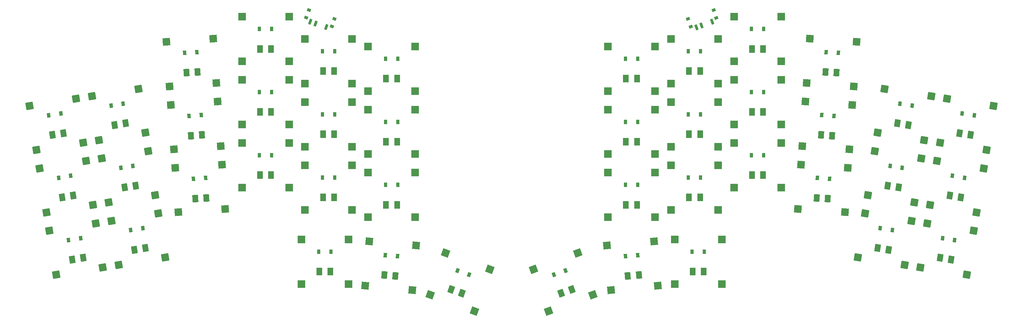
<source format=gbr>
%TF.GenerationSoftware,KiCad,Pcbnew,8.0.6*%
%TF.CreationDate,2025-07-28T21:33:20+02:00*%
%TF.ProjectId,combined,636f6d62-696e-4656-942e-6b696361645f,v1.0.0*%
%TF.SameCoordinates,Original*%
%TF.FileFunction,Paste,Top*%
%TF.FilePolarity,Positive*%
%FSLAX46Y46*%
G04 Gerber Fmt 4.6, Leading zero omitted, Abs format (unit mm)*
G04 Created by KiCad (PCBNEW 8.0.6) date 2025-07-28 21:33:20*
%MOMM*%
%LPD*%
G01*
G04 APERTURE LIST*
G04 Aperture macros list*
%AMRotRect*
0 Rectangle, with rotation*
0 The origin of the aperture is its center*
0 $1 length*
0 $2 width*
0 $3 Rotation angle, in degrees counterclockwise*
0 Add horizontal line*
21,1,$1,$2,0,0,$3*%
G04 Aperture macros list end*
%ADD10R,0.900000X1.200000*%
%ADD11RotRect,1.550000X2.000000X351.000000*%
%ADD12RotRect,2.000000X2.000000X351.000000*%
%ADD13RotRect,1.550000X2.000000X20.000000*%
%ADD14RotRect,2.000000X2.000000X20.000000*%
%ADD15RotRect,0.900000X1.200000X351.000000*%
%ADD16RotRect,1.550000X2.000000X9.000000*%
%ADD17RotRect,2.000000X2.000000X9.000000*%
%ADD18R,1.550000X2.000000*%
%ADD19R,2.000000X2.000000*%
%ADD20RotRect,0.900000X1.200000X356.000000*%
%ADD21RotRect,1.550000X2.000000X356.000000*%
%ADD22RotRect,2.000000X2.000000X356.000000*%
%ADD23RotRect,0.900000X1.200000X9.000000*%
%ADD24RotRect,0.900000X1.200000X4.000000*%
%ADD25RotRect,1.550000X2.000000X340.000000*%
%ADD26RotRect,2.000000X2.000000X340.000000*%
%ADD27RotRect,0.900000X1.200000X355.000000*%
%ADD28RotRect,1.550000X2.000000X4.000000*%
%ADD29RotRect,2.000000X2.000000X4.000000*%
%ADD30RotRect,1.550000X2.000000X355.000000*%
%ADD31RotRect,2.000000X2.000000X355.000000*%
%ADD32RotRect,0.900000X1.200000X20.000000*%
%ADD33RotRect,1.000000X0.800000X161.000000*%
%ADD34RotRect,0.700000X1.500000X161.000000*%
%ADD35RotRect,0.900000X1.200000X340.000000*%
%ADD36RotRect,1.000000X0.800000X199.000000*%
%ADD37RotRect,0.700000X1.500000X199.000000*%
%ADD38RotRect,0.900000X1.200000X5.000000*%
%ADD39RotRect,1.550000X2.000000X5.000000*%
%ADD40RotRect,2.000000X2.000000X5.000000*%
G04 APERTURE END LIST*
D10*
%TO.C,D16*%
X184557104Y-80904248D03*
X187857092Y-80904250D03*
%TD*%
D11*
%TO.C,CPG1316*%
X319940054Y-81099678D03*
X322903123Y-81568982D03*
D12*
X316502925Y-71797471D03*
X314625714Y-83649728D03*
X329046566Y-73784184D03*
X327169355Y-85636441D03*
%TD*%
D11*
%TO.C,CPG1316*%
X334071367Y-100549759D03*
X337034436Y-101019063D03*
D12*
X330634238Y-91247552D03*
X328757027Y-103099809D03*
X343177879Y-93234265D03*
X341300668Y-105086522D03*
%TD*%
D13*
%TO.C,CPG1316*%
X231955305Y-110077994D03*
X234774385Y-109051932D03*
D14*
X228543565Y-114884766D03*
X224439323Y-103608450D03*
X240477663Y-110541110D03*
X236373421Y-99264794D03*
%TD*%
D15*
%TO.C,D1*%
X334760144Y-95242158D03*
X338019518Y-95758400D03*
%TD*%
D16*
%TO.C,CPG1316*%
X97403782Y-84227536D03*
X100366842Y-83758231D03*
D17*
X93137545Y-88294999D03*
X91260332Y-76442740D03*
X105681186Y-86308284D03*
X103803973Y-74456025D03*
%TD*%
D18*
%TO.C,CPG1316*%
X283390500Y-78255067D03*
X286390502Y-78255066D03*
D19*
X278540500Y-69605066D03*
X278540501Y-81605067D03*
X291240501Y-69605065D03*
X291240502Y-81605066D03*
%TD*%
D18*
%TO.C,CPG1316*%
X167707098Y-67254254D03*
X170707100Y-67254253D03*
D19*
X162857098Y-58604253D03*
X162857099Y-70604254D03*
X175557099Y-58604252D03*
X175557100Y-70604253D03*
%TD*%
D10*
%TO.C,D18*%
X184557104Y-46904247D03*
X187857092Y-46904249D03*
%TD*%
D20*
%TO.C,D7*%
X301040230Y-79039988D03*
X304332190Y-79270178D03*
%TD*%
D11*
%TO.C,CPG1316*%
X322599432Y-64308964D03*
X325562501Y-64778268D03*
D12*
X319162303Y-55006757D03*
X317285092Y-66859014D03*
X331705944Y-56993470D03*
X329828733Y-68845727D03*
%TD*%
D18*
%TO.C,CPG1316*%
X166707103Y-104254245D03*
X169707105Y-104254244D03*
D19*
X161857103Y-95604244D03*
X161857104Y-107604245D03*
X174557104Y-95604243D03*
X174557105Y-107604244D03*
%TD*%
D18*
%TO.C,CPG1316*%
X266390498Y-67255062D03*
X269390500Y-67255061D03*
D19*
X261540498Y-58605061D03*
X261540499Y-70605062D03*
X274240499Y-58605060D03*
X274240500Y-70605061D03*
%TD*%
D21*
%TO.C,CPG1316*%
X300816665Y-84387415D03*
X303809355Y-84596685D03*
D22*
X296581872Y-75420166D03*
X295744797Y-87390936D03*
X309250935Y-76306072D03*
X308413860Y-88276842D03*
%TD*%
D15*
%TO.C,D4*%
X317969431Y-92582765D03*
X321228805Y-93099007D03*
%TD*%
D18*
%TO.C,CPG1316*%
X150707100Y-78254249D03*
X153707102Y-78254248D03*
D19*
X145857100Y-69604248D03*
X145857101Y-81604249D03*
X158557101Y-69604247D03*
X158557102Y-81604248D03*
%TD*%
D10*
%TO.C,D16*%
X249240504Y-80905073D03*
X252540496Y-80905069D03*
%TD*%
D18*
%TO.C,CPG1316*%
X167707108Y-50254251D03*
X170707110Y-50254250D03*
D19*
X162857108Y-41604250D03*
X162857109Y-53604251D03*
X175557109Y-41604249D03*
X175557110Y-53604250D03*
%TD*%
D23*
%TO.C,D4*%
X115868793Y-93098186D03*
X119128165Y-92581958D03*
%TD*%
D18*
%TO.C,CPG1316*%
X184707097Y-52254237D03*
X187707099Y-52254236D03*
D19*
X179857097Y-43604236D03*
X179857098Y-55604237D03*
X192557098Y-43604235D03*
X192557099Y-55604236D03*
%TD*%
D10*
%TO.C,D12*%
X283240507Y-38905060D03*
X286540499Y-38905056D03*
%TD*%
%TO.C,D14*%
X266240502Y-61905059D03*
X269540494Y-61905055D03*
%TD*%
D24*
%TO.C,D9*%
X130393690Y-45352177D03*
X133685638Y-45121979D03*
%TD*%
D23*
%TO.C,D6*%
X110550022Y-59516786D03*
X113809394Y-59000558D03*
%TD*%
D25*
%TO.C,CPG1316*%
X202323205Y-109051108D03*
X205142286Y-110077173D03*
D26*
X200724170Y-99263970D03*
X196619930Y-110540286D03*
X212658266Y-103607626D03*
X208554026Y-114883942D03*
%TD*%
D27*
%TO.C,D20*%
X184538387Y-99829043D03*
X187825831Y-100116665D03*
%TD*%
D15*
%TO.C,D3*%
X340078908Y-61660747D03*
X343338282Y-62176989D03*
%TD*%
D20*
%TO.C,D8*%
X302226086Y-62081403D03*
X305518046Y-62311593D03*
%TD*%
D11*
%TO.C,CPG1316*%
X336730746Y-83759053D03*
X339693815Y-84228357D03*
D12*
X333293617Y-74456846D03*
X331416406Y-86309103D03*
X345837258Y-76443559D03*
X343960047Y-88295816D03*
%TD*%
D10*
%TO.C,D13*%
X266240507Y-78905062D03*
X269540499Y-78905058D03*
%TD*%
%TO.C,D14*%
X167557102Y-61904243D03*
X170857090Y-61904245D03*
%TD*%
D11*
%TO.C,CPG1316*%
X339390135Y-66968354D03*
X342353204Y-67437658D03*
D12*
X335953006Y-57666147D03*
X334075795Y-69518404D03*
X348496647Y-59652860D03*
X346619436Y-71505117D03*
%TD*%
D28*
%TO.C,CPG1316*%
X132102378Y-67637274D03*
X135095066Y-67428008D03*
D29*
X127497874Y-71317437D03*
X126660798Y-59346669D03*
X140166938Y-70431527D03*
X139329862Y-58460759D03*
%TD*%
D10*
%TO.C,D15*%
X167557100Y-44904245D03*
X170857088Y-44904247D03*
%TD*%
D16*
%TO.C,CPG1316*%
X100063175Y-101018243D03*
X103026235Y-100548938D03*
D17*
X95796938Y-105085706D03*
X93919725Y-93233447D03*
X108340579Y-103098991D03*
X106463366Y-91246732D03*
%TD*%
D11*
%TO.C,CPG1316*%
X317280668Y-97890375D03*
X320243737Y-98359679D03*
D12*
X313843539Y-88588168D03*
X311966328Y-100440425D03*
X326387180Y-90574881D03*
X324509969Y-102427138D03*
%TD*%
D18*
%TO.C,CPG1316*%
X283390508Y-61255074D03*
X286390510Y-61255073D03*
D19*
X278540508Y-52605073D03*
X278540509Y-64605074D03*
X291240509Y-52605072D03*
X291240510Y-64605073D03*
%TD*%
D18*
%TO.C,CPG1316*%
X267390501Y-104255071D03*
X270390503Y-104255070D03*
D19*
X262540501Y-95605070D03*
X262540502Y-107605071D03*
X275240502Y-95605069D03*
X275240503Y-107605070D03*
%TD*%
D10*
%TO.C,D19*%
X267240506Y-98905071D03*
X270540498Y-98905067D03*
%TD*%
D18*
%TO.C,CPG1316*%
X249390496Y-52255067D03*
X252390498Y-52255066D03*
D19*
X244540496Y-43605066D03*
X244540497Y-55605067D03*
X257240497Y-43605065D03*
X257240498Y-55605066D03*
%TD*%
D10*
%TO.C,D17*%
X249240498Y-63905078D03*
X252540490Y-63905074D03*
%TD*%
%TO.C,D18*%
X249240503Y-46905069D03*
X252540495Y-46905065D03*
%TD*%
D28*
%TO.C,CPG1316*%
X133288235Y-84595855D03*
X136280923Y-84386589D03*
D29*
X128683731Y-88276018D03*
X127846655Y-76305250D03*
X141352795Y-87390108D03*
X140515719Y-75419340D03*
%TD*%
D10*
%TO.C,D11*%
X283240502Y-55905069D03*
X286540494Y-55905065D03*
%TD*%
D18*
%TO.C,CPG1316*%
X184707104Y-69254249D03*
X187707106Y-69254248D03*
D19*
X179857104Y-60604248D03*
X179857105Y-72604249D03*
X192557105Y-60604247D03*
X192557106Y-72604248D03*
%TD*%
D15*
%TO.C,D5*%
X320628820Y-75792070D03*
X323888194Y-76308312D03*
%TD*%
D10*
%TO.C,D19*%
X166557110Y-98904248D03*
X169857098Y-98904250D03*
%TD*%
%TO.C,D11*%
X150557111Y-55904251D03*
X153857099Y-55904253D03*
%TD*%
D18*
%TO.C,CPG1316*%
X150707097Y-61254243D03*
X153707099Y-61254242D03*
D19*
X145857097Y-52604242D03*
X145857098Y-64604243D03*
X158557098Y-52604241D03*
X158557099Y-64604242D03*
%TD*%
D10*
%TO.C,D10*%
X150557098Y-72904244D03*
X153857086Y-72904246D03*
%TD*%
D16*
%TO.C,CPG1316*%
X116853875Y-98358855D03*
X119816935Y-97889550D03*
D17*
X112587638Y-102426318D03*
X110710425Y-90574059D03*
X125131279Y-100439603D03*
X123254066Y-88587344D03*
%TD*%
D15*
%TO.C,D6*%
X323288209Y-59001368D03*
X326547583Y-59517610D03*
%TD*%
D24*
%TO.C,D8*%
X131579552Y-62310765D03*
X134871500Y-62080567D03*
%TD*%
D23*
%TO.C,D3*%
X93759316Y-62176173D03*
X97018688Y-61659945D03*
%TD*%
D21*
%TO.C,CPG1316*%
X303188389Y-50470244D03*
X306181079Y-50679514D03*
D22*
X298953596Y-41502995D03*
X298116521Y-53473765D03*
X311622659Y-42388901D03*
X310785584Y-54359671D03*
%TD*%
D18*
%TO.C,CPG1316*%
X249390500Y-86255062D03*
X252390502Y-86255061D03*
D19*
X244540500Y-77605061D03*
X244540501Y-89605062D03*
X257240501Y-77605060D03*
X257240502Y-89605061D03*
%TD*%
D18*
%TO.C,CPG1316*%
X167707095Y-84254248D03*
X170707097Y-84254247D03*
D19*
X162857095Y-75604247D03*
X162857096Y-87604248D03*
X175557096Y-75604246D03*
X175557097Y-87604247D03*
%TD*%
D30*
%TO.C,CPG1316*%
X184221529Y-105171753D03*
X187210117Y-105433216D03*
D31*
X179098015Y-108086296D03*
X180143886Y-96131957D03*
X191749686Y-109193177D03*
X192795557Y-97238838D03*
%TD*%
D18*
%TO.C,CPG1316*%
X150707099Y-44254257D03*
X153707101Y-44254256D03*
D19*
X145857099Y-35604256D03*
X145857100Y-47604257D03*
X158557100Y-35604255D03*
X158557101Y-47604256D03*
%TD*%
D23*
%TO.C,D5*%
X113209410Y-76307486D03*
X116468782Y-75791258D03*
%TD*%
D10*
%TO.C,D10*%
X283240503Y-72905069D03*
X286540495Y-72905065D03*
%TD*%
D32*
%TO.C,D21*%
X229984546Y-105101930D03*
X233085526Y-103973264D03*
%TD*%
D21*
%TO.C,CPG1316*%
X302002531Y-67428825D03*
X304995221Y-67638095D03*
D22*
X297767738Y-58461576D03*
X296930663Y-70432346D03*
X310436801Y-59347482D03*
X309599726Y-71318252D03*
%TD*%
D28*
%TO.C,CPG1316*%
X130916522Y-50678683D03*
X133909210Y-50469417D03*
D29*
X126312018Y-54358846D03*
X125474942Y-42388078D03*
X138981082Y-53472936D03*
X138144006Y-41502168D03*
%TD*%
D33*
%TO.C,PWR1*%
X163195757Y-35864255D03*
X170098039Y-38240902D03*
X163915257Y-33774660D03*
X170817542Y-36151304D03*
D34*
X168562699Y-38399701D03*
X165726132Y-37422985D03*
X164307862Y-36934640D03*
%TD*%
D10*
%TO.C,D13*%
X167557106Y-78904249D03*
X170857094Y-78904251D03*
%TD*%
D16*
%TO.C,CPG1316*%
X111535095Y-64777451D03*
X114498155Y-64308146D03*
D17*
X107268858Y-68844914D03*
X105391645Y-56992655D03*
X119812499Y-66858199D03*
X117935286Y-55005940D03*
%TD*%
D16*
%TO.C,CPG1316*%
X94744403Y-67436835D03*
X97707463Y-66967530D03*
D17*
X90478166Y-71504298D03*
X88600953Y-59652039D03*
X103021807Y-69517583D03*
X101144594Y-57665324D03*
%TD*%
D23*
%TO.C,D2*%
X96418708Y-78966868D03*
X99678080Y-78450640D03*
%TD*%
D35*
%TO.C,D21*%
X204012077Y-103972437D03*
X207113057Y-105101113D03*
%TD*%
D10*
%TO.C,D17*%
X184557106Y-63904243D03*
X187857094Y-63904245D03*
%TD*%
D36*
%TO.C,PWR1*%
X273750137Y-35881321D03*
X266847849Y-38257966D03*
X273030637Y-33791728D03*
X266128337Y-36168376D03*
D37*
X272638026Y-36951707D03*
X269801483Y-37928406D03*
X268383199Y-38416756D03*
%TD*%
D24*
%TO.C,D7*%
X132765406Y-79269363D03*
X136057354Y-79039165D03*
%TD*%
D23*
%TO.C,D1*%
X99078085Y-95757575D03*
X102337457Y-95241347D03*
%TD*%
D20*
%TO.C,D9*%
X303411954Y-45122802D03*
X306703914Y-45352992D03*
%TD*%
D18*
%TO.C,CPG1316*%
X283390500Y-44255069D03*
X286390502Y-44255068D03*
D19*
X278540500Y-35605068D03*
X278540501Y-47605069D03*
X291240501Y-35605067D03*
X291240502Y-47605068D03*
%TD*%
D18*
%TO.C,CPG1316*%
X266390504Y-50255065D03*
X269390506Y-50255064D03*
D19*
X261540504Y-41605064D03*
X261540505Y-53605065D03*
X274240505Y-41605063D03*
X274240506Y-53605064D03*
%TD*%
D18*
%TO.C,CPG1316*%
X249390503Y-69255071D03*
X252390505Y-69255070D03*
D19*
X244540503Y-60605070D03*
X244540504Y-72605071D03*
X257240504Y-60605069D03*
X257240505Y-72605070D03*
%TD*%
D10*
%TO.C,D15*%
X266240497Y-44905066D03*
X269540489Y-44905062D03*
%TD*%
D18*
%TO.C,CPG1316*%
X266390502Y-84255061D03*
X269390504Y-84255060D03*
D19*
X261540502Y-75605060D03*
X261540503Y-87605061D03*
X274240503Y-75605059D03*
X274240504Y-87605060D03*
%TD*%
D16*
%TO.C,CPG1316*%
X114194482Y-81568149D03*
X117157542Y-81098844D03*
D17*
X109928245Y-85635612D03*
X108051032Y-73783353D03*
X122471886Y-83648897D03*
X120594673Y-71796638D03*
%TD*%
D38*
%TO.C,D20*%
X249271773Y-100117473D03*
X252559227Y-99829859D03*
%TD*%
D10*
%TO.C,D12*%
X150557114Y-38904250D03*
X153857102Y-38904252D03*
%TD*%
D18*
%TO.C,CPG1316*%
X184707098Y-86254247D03*
X187707100Y-86254246D03*
D19*
X179857098Y-77604246D03*
X179857099Y-89604247D03*
X192557099Y-77604245D03*
X192557100Y-89604246D03*
%TD*%
D15*
%TO.C,D2*%
X337419527Y-78451456D03*
X340678901Y-78967698D03*
%TD*%
D39*
%TO.C,CPG1316*%
X249887483Y-105434041D03*
X252876071Y-105172574D03*
D40*
X245347911Y-109194002D03*
X244302045Y-97239663D03*
X257999583Y-108087123D03*
X256953717Y-96132784D03*
%TD*%
M02*

</source>
